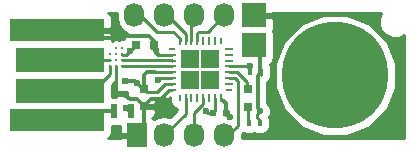
<source format=gbr>
G04 #@! TF.FileFunction,Copper,L1,Top,Signal*
%FSLAX46Y46*%
G04 Gerber Fmt 4.6, Leading zero omitted, Abs format (unit mm)*
G04 Created by KiCad (PCBNEW 4.0.0~rc1a-stable) date Sat 16 Jan 2016 09:07:18 PM JST*
%MOMM*%
G01*
G04 APERTURE LIST*
%ADD10C,0.100000*%
%ADD11R,1.727200X2.032000*%
%ADD12O,1.727200X2.032000*%
%ADD13R,0.599440X1.198880*%
%ADD14R,0.600000X0.500000*%
%ADD15R,8.000000X1.900000*%
%ADD16R,7.500000X2.000000*%
%ADD17C,9.000000*%
%ADD18R,0.800000X0.750000*%
%ADD19R,0.500000X0.600000*%
%ADD20R,0.750000X0.800000*%
%ADD21R,0.400000X0.600000*%
%ADD22R,0.797560X0.797560*%
%ADD23R,2.032000X2.032000*%
%ADD24R,0.600000X0.250000*%
%ADD25R,0.700000X0.250000*%
%ADD26R,0.250000X0.600000*%
%ADD27R,0.250000X0.700000*%
%ADD28R,1.525000X1.525000*%
%ADD29C,0.250000*%
%ADD30C,0.600000*%
%ADD31C,0.250000*%
%ADD32C,0.350000*%
%ADD33C,0.254000*%
G04 APERTURE END LIST*
D10*
D11*
X-16764000Y-5080000D03*
D12*
X-11938000Y-5080000D03*
X-14478000Y-5080000D03*
X-9398000Y-5080000D03*
D13*
X-17332960Y-3048000D03*
X-18735040Y-3048000D03*
D14*
X-10329000Y-3175000D03*
X-9229000Y-3175000D03*
D15*
X-23548000Y-3810000D03*
X-23548000Y3810000D03*
D16*
X-23298000Y1300000D03*
X-23298000Y-1300000D03*
D17*
X0Y0D03*
D18*
X-16879000Y2540000D03*
X-15379000Y2540000D03*
D19*
X-17780000Y-466000D03*
X-17780000Y-1566000D03*
D20*
X-16205200Y-1129600D03*
X-16205200Y-2629600D03*
D21*
X-6281000Y254000D03*
X-7181000Y254000D03*
X-7308000Y-4000500D03*
X-6408000Y-4000500D03*
D22*
X-7366000Y-2654300D03*
X-7366000Y-1155700D03*
D23*
X-6858000Y2540000D03*
X-6858000Y5080000D03*
D12*
X-9398000Y5080000D03*
X-11938000Y5080000D03*
X-14478000Y5080000D03*
X-17018000Y5080000D03*
D24*
X-13830000Y2258000D03*
D25*
X-13830000Y1758000D03*
X-13830000Y1258000D03*
X-13830000Y758000D03*
X-13830000Y258000D03*
X-13830000Y-242000D03*
X-13830000Y-742000D03*
X-13830000Y-1242000D03*
D26*
X-13180000Y-1892000D03*
D27*
X-12680000Y-1892000D03*
X-12180000Y-1892000D03*
X-11680000Y-1892000D03*
X-11180000Y-1892000D03*
X-10680000Y-1892000D03*
X-10180000Y-1892000D03*
X-9680000Y-1892000D03*
D24*
X-9030000Y-1242000D03*
D25*
X-9030000Y-742000D03*
X-9030000Y-242000D03*
X-9030000Y258000D03*
X-9030000Y758000D03*
X-9030000Y1258000D03*
X-9030000Y1758000D03*
X-9030000Y2258000D03*
D26*
X-9680000Y2908000D03*
D27*
X-10180000Y2908000D03*
X-10680000Y2908000D03*
X-11180000Y2908000D03*
X-11680000Y2908000D03*
X-12180000Y2908000D03*
X-12680000Y2908000D03*
X-13180000Y2908000D03*
D28*
X-10567500Y-354500D03*
X-10567500Y1370500D03*
X-12292500Y-354500D03*
X-12292500Y1370500D03*
D29*
X-18042000Y1279500D03*
X-18042000Y779500D03*
X-18042000Y1779500D03*
X-18042000Y2279500D03*
X-18542000Y2279500D03*
X-18542000Y1779500D03*
X-19042000Y1279500D03*
X-19042000Y779500D03*
X-18542000Y779500D03*
X-18542000Y1279500D03*
X-19042000Y1779500D03*
D30*
X-19939000Y3810000D03*
X-8902700Y-3556000D03*
X-16764000Y-635000D03*
X-10922000Y-3048000D03*
X-6413500Y-3048000D03*
X-14986000Y-381000D03*
X-17703800Y-2768600D03*
X-17399000Y2032000D03*
X-3810000Y0D03*
X-7239000Y762000D03*
D31*
X-15379000Y2540000D02*
X-15372967Y2923094D01*
X-15748000Y3302000D02*
X-18034000Y3302000D01*
D32*
X-15748000Y3302000D02*
X-18034000Y3302000D01*
X-18034000Y3302000D02*
X-18161000Y3175000D01*
X-18161000Y3175000D02*
X-21971000Y3175000D01*
X-21971000Y3175000D02*
X-21971000Y3175000D01*
X-21971000Y3175000D02*
X-22987000Y3810000D01*
X-15304754Y2868073D02*
X-15679787Y3246979D01*
X-22987000Y3810000D02*
X-23548000Y3810000D01*
D31*
X-23548000Y3810000D02*
X-19939000Y3810000D01*
X-8902700Y-3556000D02*
X-8902700Y-3501300D01*
X-8902700Y-3501300D02*
X-9229000Y-3175000D01*
X-15125700Y1790700D02*
X-15125700Y2286700D01*
X-15125700Y2286700D02*
X-15379000Y2540000D01*
X-15367000Y2032000D02*
X-15125700Y1790700D01*
X-15125700Y1790700D02*
X-15093000Y1758000D01*
X-15367000Y2528000D02*
X-15367000Y2032000D01*
X-15093000Y1758000D02*
X-13830000Y1758000D01*
X-15379000Y2540000D02*
X-15621000Y2298000D01*
X-15455200Y2540000D02*
X-15379000Y2540000D01*
X-15379000Y2540000D02*
X-15455200Y2540000D01*
X-15621000Y2298000D02*
X-15379000Y2540000D01*
X-13830000Y1758000D02*
X-14376400Y1758000D01*
X-14940600Y1758000D02*
X-15379000Y2196400D01*
X-14376400Y1758000D02*
X-14940600Y1758000D01*
X-15379000Y2196400D02*
X-15379000Y2540000D01*
D32*
X-15379000Y2755200D02*
X-15379000Y2540000D01*
D31*
X-15367000Y2528000D02*
X-15379000Y2540000D01*
X-15379000Y2298000D02*
X-15379000Y2540000D01*
X-17780000Y-1566000D02*
X-18373000Y-1566000D01*
X-18542000Y-1397000D02*
X-18542000Y779500D01*
X-18373000Y-1566000D02*
X-18542000Y-1397000D01*
X-17780000Y-1566000D02*
X-17780000Y-1651000D01*
D32*
X-17780000Y-1651000D02*
X-17399000Y-2032000D01*
X-16802800Y-2032000D02*
X-16205200Y-2629600D01*
X-17399000Y-2032000D02*
X-16802800Y-2032000D01*
D31*
X-16205200Y-2629600D02*
X-16256000Y-2667000D01*
D32*
X-16256000Y-2667000D02*
X-15621000Y-2032000D01*
X-15621000Y-2032000D02*
X-14859000Y-2032000D01*
D31*
X-14859000Y-2032000D02*
X-14069000Y-1242000D01*
X-14069000Y-1242000D02*
X-13830000Y-1242000D01*
D32*
X-16205200Y-2629600D02*
X-16205200Y-4521200D01*
D31*
X-16205200Y-4521200D02*
X-16764000Y-5080000D01*
X-9641600Y-2044700D02*
X-9626600Y-2044700D01*
D32*
X-9626600Y-2044700D02*
X-9229000Y-2328000D01*
X-9229000Y-2328000D02*
X-9229000Y-3175000D01*
D31*
X-9200000Y-3175000D02*
X-9229000Y-3175000D01*
X-9118600Y-3175000D02*
X-9229000Y-3175000D01*
X-17018000Y-4800600D02*
X-17018000Y-5080000D01*
X-16243998Y-2629600D02*
X-16205200Y-2629600D01*
X-13830000Y-1242000D02*
X-13967400Y-1242000D01*
D32*
X-16205200Y-1129600D02*
X-16205200Y0D01*
X-15265400Y254000D02*
X-15265400Y254002D01*
X-15947202Y257998D02*
X-15265400Y254000D01*
X-16205200Y0D02*
X-15947202Y257998D01*
X-17780000Y-466000D02*
X-16933000Y-466000D01*
X-16933000Y-466000D02*
X-16269400Y-1129600D01*
X-16269400Y-1129600D02*
X-16205200Y-1129600D01*
X-6413500Y-3048000D02*
X-6413500Y-2921000D01*
X-6578600Y-43600D02*
X-6281000Y254000D01*
X-6578600Y-2755900D02*
X-6578600Y-43600D01*
X-6413500Y-2921000D02*
X-6578600Y-2755900D01*
D31*
X-6408000Y-4000500D02*
X-6408000Y-3815500D01*
X-6408000Y-3815500D02*
X-6604000Y-3619500D01*
X-6604000Y-3619500D02*
X-6604000Y-3238500D01*
X-6604000Y-3238500D02*
X-6413500Y-3048000D01*
X-6350000Y185000D02*
X-6281000Y254000D01*
X-6281000Y254000D02*
X-6281000Y312000D01*
X-6281000Y312000D02*
X-6350000Y381000D01*
D32*
X-6350000Y381000D02*
X-6350000Y2032000D01*
D31*
X-6350000Y2032000D02*
X-6858000Y2540000D01*
X-6350000Y2032000D02*
X-6858000Y2540000D01*
X-6350000Y2032000D02*
X-6858000Y2540000D01*
X-6281000Y254000D02*
X-6281000Y69000D01*
D32*
X-16764000Y-635000D02*
X-16269400Y-1129600D01*
D31*
X-16269400Y-1129600D02*
X-16205200Y-1129600D01*
X-10795000Y-3175000D02*
X-10329000Y-3175000D01*
X-10922000Y-3048000D02*
X-10795000Y-3175000D01*
X-10180000Y-1892000D02*
X-10180000Y-3026000D01*
X-10180000Y-3026000D02*
X-10329000Y-3175000D01*
X-10439400Y-3098800D02*
X-10227400Y-3098800D01*
X-13830000Y258000D02*
X-15265400Y254002D01*
X-13830000Y-742000D02*
X-14407200Y-742000D01*
X-15062200Y-1397000D02*
X-15937800Y-1397000D01*
X-14407200Y-742000D02*
X-15062200Y-1397000D01*
X-15937800Y-1397000D02*
X-16205200Y-1129600D01*
X-6154000Y1836000D02*
X-6858000Y2540000D01*
X-6344500Y-2979000D02*
X-6413500Y-3048000D01*
X-7366000Y-2654300D02*
X-7366000Y-3942500D01*
X-7366000Y-3942500D02*
X-7308000Y-4000500D01*
X-13830000Y-242000D02*
X-14847000Y-242000D01*
X-14847000Y-242000D02*
X-14986000Y-381000D01*
X-17399000Y2032000D02*
X-17170400Y2223200D01*
X-17170400Y2223200D02*
X-16879000Y2540000D01*
X-17332960Y-3048000D02*
X-17424400Y-3048000D01*
D32*
X-17424400Y-3048000D02*
X-17703800Y-2768600D01*
D31*
X-18042000Y1766800D02*
X-17689600Y1766800D01*
X-17689600Y1766800D02*
X-17399000Y2032000D01*
X-9030000Y258000D02*
X-8322500Y258000D01*
X-7493000Y-571500D02*
X-7493000Y-1028700D01*
X-7810500Y-254000D02*
X-7493000Y-571500D01*
X-7810500Y-254000D02*
X-7810500Y-254000D01*
X-8322500Y258000D02*
X-7810500Y-254000D01*
X-7493000Y-1028700D02*
X-7366000Y-1155700D01*
X-18042000Y1266800D02*
X-13838800Y1266800D01*
X-13838800Y1266800D02*
X-13830000Y1258000D01*
X-13830000Y758000D02*
X-18033200Y758000D01*
X-18033200Y758000D02*
X-18042000Y766800D01*
X-11180000Y-1892000D02*
X-11180000Y-2417000D01*
X-11938000Y-3175000D02*
X-11938000Y-5080000D01*
X-11180000Y-2417000D02*
X-11938000Y-3175000D01*
X-12446000Y-4572000D02*
X-11938000Y-5080000D01*
X-12680000Y-1892000D02*
X-12680000Y-3282000D01*
X-12680000Y-3282000D02*
X-14478000Y-5080000D01*
X-14478000Y-4546600D02*
X-14478000Y-5080000D01*
X-9030000Y-242000D02*
X-8521000Y-242000D01*
X-8255000Y-4254500D02*
X-9080500Y-5080000D01*
X-8255000Y-508000D02*
X-8255000Y-4254500D01*
X-8521000Y-242000D02*
X-8255000Y-508000D01*
X-9080500Y-5080000D02*
X-9398000Y-5080000D01*
X-11680000Y2908000D02*
X-11680000Y3552000D01*
X-10795000Y3683000D02*
X-9398000Y5080000D01*
X-11549000Y3683000D02*
X-10795000Y3683000D01*
X-11680000Y3552000D02*
X-11549000Y3683000D01*
X-12180000Y2908000D02*
X-12180000Y4838000D01*
X-12180000Y4838000D02*
X-11938000Y5080000D01*
X-11938000Y4929000D02*
X-11938000Y5080000D01*
X-12680000Y2908000D02*
X-12680000Y3536000D01*
X-12680000Y3536000D02*
X-14224000Y5080000D01*
X-14224000Y5080000D02*
X-14478000Y5080000D01*
X-14224000Y5080000D02*
X-14478000Y5080000D01*
X-13180000Y2908000D02*
X-13180000Y3147000D01*
X-13180000Y3147000D02*
X-13716000Y3683000D01*
X-13716000Y3683000D02*
X-15113000Y3683000D01*
X-15113000Y3683000D02*
X-16510000Y5080000D01*
X-16510000Y5080000D02*
X-17018000Y5080000D01*
X-17018000Y5080000D02*
X-16383000Y5080000D01*
X-16637000Y5080000D02*
X-17018000Y5080000D01*
X-16637000Y5080000D02*
X-17018000Y5080000D01*
X-3810000Y0D02*
X0Y0D01*
X-7181000Y254000D02*
X-7181000Y704000D01*
X-7181000Y704000D02*
X-7239000Y762000D01*
X-9030000Y758000D02*
X-8505000Y758000D01*
X-8505000Y758000D02*
X-7239000Y762000D01*
D32*
X-18735040Y-3048000D02*
X-22786000Y-3048000D01*
D31*
X-22786000Y-3048000D02*
X-23548000Y-3810000D01*
X-19042000Y1266800D02*
X-22479000Y1270000D01*
X-22479000Y1270000D02*
X-22512200Y1303200D01*
X-22747000Y1851000D02*
X-22512200Y1303200D01*
X-19042000Y779500D02*
X-19042000Y135000D01*
X-19042000Y135000D02*
X-20477000Y-1300000D01*
X-20477000Y-1300000D02*
X-23298000Y-1300000D01*
D33*
G36*
X3695241Y4848702D02*
X3694760Y4297715D01*
X3905169Y3788485D01*
X4294436Y3398539D01*
X4803298Y3187241D01*
X5354285Y3186760D01*
X5842000Y3388279D01*
X5842000Y-5320000D01*
X-7910391Y-5320000D01*
X-7899400Y-5264745D01*
X-7899400Y-4973702D01*
X-7797162Y-4871464D01*
X-7759890Y-4896931D01*
X-7508000Y-4947940D01*
X-7108000Y-4947940D01*
X-6872683Y-4903662D01*
X-6861021Y-4896158D01*
X-6859890Y-4896931D01*
X-6608000Y-4947940D01*
X-6208000Y-4947940D01*
X-5972683Y-4903662D01*
X-5756559Y-4764590D01*
X-5611569Y-4552390D01*
X-5560560Y-4300500D01*
X-5560560Y-3700500D01*
X-5595323Y-3515749D01*
X-5478662Y-3234799D01*
X-5478338Y-2862833D01*
X-5620383Y-2519057D01*
X-5768600Y-2370581D01*
X-5768600Y-1016934D01*
X-5135890Y-1016934D01*
X-4355780Y-2904944D01*
X-2912542Y-4350703D01*
X-1025896Y-5134107D01*
X1016934Y-5135890D01*
X2904944Y-4355780D01*
X4350703Y-2912542D01*
X5134107Y-1025896D01*
X5135890Y1016934D01*
X4355780Y2904944D01*
X2912542Y4350703D01*
X1025896Y5134107D01*
X-1016934Y5135890D01*
X-2904944Y4355780D01*
X-4350703Y2912542D01*
X-5134107Y1025896D01*
X-5135890Y-1016934D01*
X-5768600Y-1016934D01*
X-5768600Y-599560D01*
X-5629559Y-510090D01*
X-5484569Y-297890D01*
X-5433560Y-46000D01*
X-5433560Y554000D01*
X-5477838Y789317D01*
X-5540000Y885919D01*
X-5540000Y963747D01*
X-5390559Y1059910D01*
X-5245569Y1272110D01*
X-5194560Y1524000D01*
X-5194560Y3556000D01*
X-5238838Y3791317D01*
X-5256354Y3818538D01*
X-5207000Y3937690D01*
X-5207000Y4794250D01*
X-5365750Y4953000D01*
X-6731000Y4953000D01*
X-6731000Y4933000D01*
X-6985000Y4933000D01*
X-6985000Y4953000D01*
X-7005000Y4953000D01*
X-7005000Y5207000D01*
X-6985000Y5207000D01*
X-6985000Y5227000D01*
X-6731000Y5227000D01*
X-6731000Y5207000D01*
X-5365750Y5207000D01*
X-5252750Y5320000D01*
X3890941Y5320000D01*
X3695241Y4848702D01*
X3695241Y4848702D01*
G37*
X3695241Y4848702D02*
X3694760Y4297715D01*
X3905169Y3788485D01*
X4294436Y3398539D01*
X4803298Y3187241D01*
X5354285Y3186760D01*
X5842000Y3388279D01*
X5842000Y-5320000D01*
X-7910391Y-5320000D01*
X-7899400Y-5264745D01*
X-7899400Y-4973702D01*
X-7797162Y-4871464D01*
X-7759890Y-4896931D01*
X-7508000Y-4947940D01*
X-7108000Y-4947940D01*
X-6872683Y-4903662D01*
X-6861021Y-4896158D01*
X-6859890Y-4896931D01*
X-6608000Y-4947940D01*
X-6208000Y-4947940D01*
X-5972683Y-4903662D01*
X-5756559Y-4764590D01*
X-5611569Y-4552390D01*
X-5560560Y-4300500D01*
X-5560560Y-3700500D01*
X-5595323Y-3515749D01*
X-5478662Y-3234799D01*
X-5478338Y-2862833D01*
X-5620383Y-2519057D01*
X-5768600Y-2370581D01*
X-5768600Y-1016934D01*
X-5135890Y-1016934D01*
X-4355780Y-2904944D01*
X-2912542Y-4350703D01*
X-1025896Y-5134107D01*
X1016934Y-5135890D01*
X2904944Y-4355780D01*
X4350703Y-2912542D01*
X5134107Y-1025896D01*
X5135890Y1016934D01*
X4355780Y2904944D01*
X2912542Y4350703D01*
X1025896Y5134107D01*
X-1016934Y5135890D01*
X-2904944Y4355780D01*
X-4350703Y2912542D01*
X-5134107Y1025896D01*
X-5135890Y-1016934D01*
X-5768600Y-1016934D01*
X-5768600Y-599560D01*
X-5629559Y-510090D01*
X-5484569Y-297890D01*
X-5433560Y-46000D01*
X-5433560Y554000D01*
X-5477838Y789317D01*
X-5540000Y885919D01*
X-5540000Y963747D01*
X-5390559Y1059910D01*
X-5245569Y1272110D01*
X-5194560Y1524000D01*
X-5194560Y3556000D01*
X-5238838Y3791317D01*
X-5256354Y3818538D01*
X-5207000Y3937690D01*
X-5207000Y4794250D01*
X-5365750Y4953000D01*
X-6731000Y4953000D01*
X-6731000Y4933000D01*
X-6985000Y4933000D01*
X-6985000Y4953000D01*
X-7005000Y4953000D01*
X-7005000Y5207000D01*
X-6985000Y5207000D01*
X-6985000Y5227000D01*
X-6731000Y5227000D01*
X-6731000Y5207000D01*
X-5365750Y5207000D01*
X-5252750Y5320000D01*
X3890941Y5320000D01*
X3695241Y4848702D01*
G36*
X-18262600Y-4794250D02*
X-18103850Y-4953000D01*
X-16891000Y-4953000D01*
X-16891000Y-4933000D01*
X-16637000Y-4933000D01*
X-16637000Y-4953000D01*
X-16617000Y-4953000D01*
X-16617000Y-5207000D01*
X-16637000Y-5207000D01*
X-16637000Y-5227000D01*
X-16891000Y-5227000D01*
X-16891000Y-5207000D01*
X-18103850Y-5207000D01*
X-18216850Y-5320000D01*
X-19245607Y-5320000D01*
X-19096559Y-5224090D01*
X-18951569Y-5011890D01*
X-18900560Y-4760000D01*
X-18900560Y-4294880D01*
X-18435320Y-4294880D01*
X-18262600Y-4262380D01*
X-18262600Y-4794250D01*
X-18262600Y-4794250D01*
G37*
X-18262600Y-4794250D02*
X-18103850Y-4953000D01*
X-16891000Y-4953000D01*
X-16891000Y-4933000D01*
X-16637000Y-4933000D01*
X-16637000Y-4953000D01*
X-16617000Y-4953000D01*
X-16617000Y-5207000D01*
X-16637000Y-5207000D01*
X-16637000Y-5227000D01*
X-16891000Y-5227000D01*
X-16891000Y-5207000D01*
X-18103850Y-5207000D01*
X-18216850Y-5320000D01*
X-19245607Y-5320000D01*
X-19096559Y-5224090D01*
X-18951569Y-5011890D01*
X-18900560Y-4760000D01*
X-18900560Y-4294880D01*
X-18435320Y-4294880D01*
X-18262600Y-4262380D01*
X-18262600Y-4794250D01*
G36*
X-13957002Y-2002000D02*
X-13952440Y-2002000D01*
X-13952440Y-2192000D01*
X-13908162Y-2427317D01*
X-13769090Y-2643441D01*
X-13556890Y-2788431D01*
X-13440000Y-2812102D01*
X-13440000Y-2967198D01*
X-13970421Y-3497619D01*
X-14478000Y-3396655D01*
X-15051489Y-3510729D01*
X-15357546Y-3715230D01*
X-15362073Y-3704302D01*
X-15490262Y-3576112D01*
X-15470501Y-3567927D01*
X-15291873Y-3389298D01*
X-15195200Y-3155909D01*
X-15195200Y-2915350D01*
X-15353950Y-2756600D01*
X-16078200Y-2756600D01*
X-16078200Y-2776600D01*
X-16332200Y-2776600D01*
X-16332200Y-2756600D01*
X-16352200Y-2756600D01*
X-16352200Y-2502600D01*
X-16332200Y-2502600D01*
X-16332200Y-2482600D01*
X-16078200Y-2482600D01*
X-16078200Y-2502600D01*
X-15353950Y-2502600D01*
X-15195200Y-2343850D01*
X-15195200Y-2157000D01*
X-15062200Y-2157000D01*
X-14771361Y-2099148D01*
X-14524799Y-1934401D01*
X-14508604Y-1918206D01*
X-14306309Y-2002000D01*
X-14115750Y-2002000D01*
X-13957002Y-1843252D01*
X-13957002Y-2002000D01*
X-13957002Y-2002000D01*
G37*
X-13957002Y-2002000D02*
X-13952440Y-2002000D01*
X-13952440Y-2192000D01*
X-13908162Y-2427317D01*
X-13769090Y-2643441D01*
X-13556890Y-2788431D01*
X-13440000Y-2812102D01*
X-13440000Y-2967198D01*
X-13970421Y-3497619D01*
X-14478000Y-3396655D01*
X-15051489Y-3510729D01*
X-15357546Y-3715230D01*
X-15362073Y-3704302D01*
X-15490262Y-3576112D01*
X-15470501Y-3567927D01*
X-15291873Y-3389298D01*
X-15195200Y-3155909D01*
X-15195200Y-2915350D01*
X-15353950Y-2756600D01*
X-16078200Y-2756600D01*
X-16078200Y-2776600D01*
X-16332200Y-2776600D01*
X-16332200Y-2756600D01*
X-16352200Y-2756600D01*
X-16352200Y-2502600D01*
X-16332200Y-2502600D01*
X-16332200Y-2482600D01*
X-16078200Y-2482600D01*
X-16078200Y-2502600D01*
X-15353950Y-2502600D01*
X-15195200Y-2343850D01*
X-15195200Y-2157000D01*
X-15062200Y-2157000D01*
X-14771361Y-2099148D01*
X-14524799Y-1934401D01*
X-14508604Y-1918206D01*
X-14306309Y-2002000D01*
X-14115750Y-2002000D01*
X-13957002Y-1843252D01*
X-13957002Y-2002000D01*
G36*
X-9102000Y-3050000D02*
X-9082000Y-3050000D01*
X-9082000Y-3300000D01*
X-9102000Y-3300000D01*
X-9102000Y-3322000D01*
X-9356000Y-3322000D01*
X-9356000Y-3300000D01*
X-9376000Y-3300000D01*
X-9376000Y-3050000D01*
X-9356000Y-3050000D01*
X-9356000Y-3028000D01*
X-9102000Y-3028000D01*
X-9102000Y-3050000D01*
X-9102000Y-3050000D01*
G37*
X-9102000Y-3050000D02*
X-9082000Y-3050000D01*
X-9082000Y-3300000D01*
X-9102000Y-3300000D01*
X-9102000Y-3322000D01*
X-9356000Y-3322000D01*
X-9356000Y-3300000D01*
X-9376000Y-3300000D01*
X-9376000Y-3050000D01*
X-9356000Y-3050000D01*
X-9356000Y-3028000D01*
X-9102000Y-3028000D01*
X-9102000Y-3050000D01*
G36*
X-18677440Y-766000D02*
X-18633162Y-1001317D01*
X-18617661Y-1025406D01*
X-18665000Y-1139691D01*
X-18665000Y-1280250D01*
X-18506250Y-1439000D01*
X-17905000Y-1439000D01*
X-17905000Y-1419000D01*
X-17655000Y-1419000D01*
X-17655000Y-1439000D01*
X-17633000Y-1439000D01*
X-17633000Y-1693000D01*
X-17655000Y-1693000D01*
X-17655000Y-1713000D01*
X-17905000Y-1713000D01*
X-17905000Y-1693000D01*
X-18506250Y-1693000D01*
X-18614370Y-1801120D01*
X-18900560Y-1801120D01*
X-18900560Y-798362D01*
X-18677440Y-575242D01*
X-18677440Y-766000D01*
X-18677440Y-766000D01*
G37*
X-18677440Y-766000D02*
X-18633162Y-1001317D01*
X-18617661Y-1025406D01*
X-18665000Y-1139691D01*
X-18665000Y-1280250D01*
X-18506250Y-1439000D01*
X-17905000Y-1439000D01*
X-17905000Y-1419000D01*
X-17655000Y-1419000D01*
X-17655000Y-1439000D01*
X-17633000Y-1439000D01*
X-17633000Y-1693000D01*
X-17655000Y-1693000D01*
X-17655000Y-1713000D01*
X-17905000Y-1713000D01*
X-17905000Y-1693000D01*
X-18506250Y-1693000D01*
X-18614370Y-1801120D01*
X-18900560Y-1801120D01*
X-18900560Y-798362D01*
X-18677440Y-575242D01*
X-18677440Y-766000D01*
G36*
X-15252000Y2667000D02*
X-15232000Y2667000D01*
X-15232000Y2413000D01*
X-15252000Y2413000D01*
X-15252000Y2393000D01*
X-15506000Y2393000D01*
X-15506000Y2413000D01*
X-15526000Y2413000D01*
X-15526000Y2667000D01*
X-15506000Y2667000D01*
X-15506000Y2687000D01*
X-15252000Y2687000D01*
X-15252000Y2667000D01*
X-15252000Y2667000D01*
G37*
X-15252000Y2667000D02*
X-15232000Y2667000D01*
X-15232000Y2413000D01*
X-15252000Y2413000D01*
X-15252000Y2393000D01*
X-15506000Y2393000D01*
X-15506000Y2413000D01*
X-15526000Y2413000D01*
X-15526000Y2667000D01*
X-15506000Y2667000D01*
X-15506000Y2687000D01*
X-15252000Y2687000D01*
X-15252000Y2667000D01*
G36*
X-18516600Y5264745D02*
X-18516600Y4895255D01*
X-18402526Y4321766D01*
X-18077670Y3835585D01*
X-17591489Y3510729D01*
X-17541363Y3500758D01*
X-17730441Y3379090D01*
X-17875431Y3166890D01*
X-17901253Y3039378D01*
X-18192510Y3039631D01*
X-18291898Y2998565D01*
X-18390163Y3039368D01*
X-18692510Y3039631D01*
X-18913000Y2948527D01*
X-18913000Y3524250D01*
X-19071750Y3683000D01*
X-19685000Y3683000D01*
X-19685000Y3937000D01*
X-19071750Y3937000D01*
X-18913000Y4095750D01*
X-18913000Y4886309D01*
X-19009673Y5119698D01*
X-19188301Y5298327D01*
X-19240624Y5320000D01*
X-18505609Y5320000D01*
X-18516600Y5264745D01*
X-18516600Y5264745D01*
G37*
X-18516600Y5264745D02*
X-18516600Y4895255D01*
X-18402526Y4321766D01*
X-18077670Y3835585D01*
X-17591489Y3510729D01*
X-17541363Y3500758D01*
X-17730441Y3379090D01*
X-17875431Y3166890D01*
X-17901253Y3039378D01*
X-18192510Y3039631D01*
X-18291898Y2998565D01*
X-18390163Y3039368D01*
X-18692510Y3039631D01*
X-18913000Y2948527D01*
X-18913000Y3524250D01*
X-19071750Y3683000D01*
X-19685000Y3683000D01*
X-19685000Y3937000D01*
X-19071750Y3937000D01*
X-18913000Y4095750D01*
X-18913000Y4886309D01*
X-19009673Y5119698D01*
X-19188301Y5298327D01*
X-19240624Y5320000D01*
X-18505609Y5320000D01*
X-18516600Y5264745D01*
M02*

</source>
